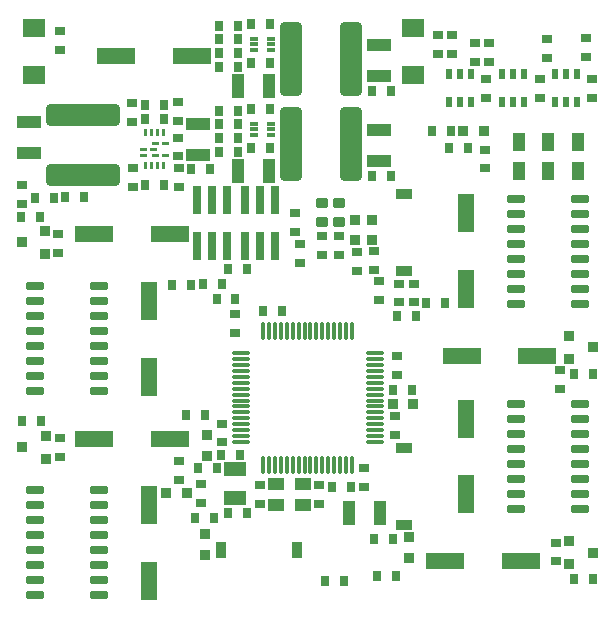
<source format=gtp>
G04*
G04 #@! TF.GenerationSoftware,Altium Limited,Altium Designer,24.9.1 (31)*
G04*
G04 Layer_Color=8421504*
%FSLAX44Y44*%
%MOMM*%
G71*
G04*
G04 #@! TF.SameCoordinates,22428939-7FEC-4B67-BCAF-D19850B6772B*
G04*
G04*
G04 #@! TF.FilePolarity,Positive*
G04*
G01*
G75*
G04:AMPARAMS|DCode=15|XSize=0.7mm|YSize=0.9mm|CornerRadius=0.035mm|HoleSize=0mm|Usage=FLASHONLY|Rotation=180.000|XOffset=0mm|YOffset=0mm|HoleType=Round|Shape=RoundedRectangle|*
%AMROUNDEDRECTD15*
21,1,0.7000,0.8300,0,0,180.0*
21,1,0.6300,0.9000,0,0,180.0*
1,1,0.0700,-0.3150,0.4150*
1,1,0.0700,0.3150,0.4150*
1,1,0.0700,0.3150,-0.4150*
1,1,0.0700,-0.3150,-0.4150*
%
%ADD15ROUNDEDRECTD15*%
G04:AMPARAMS|DCode=16|XSize=3.3mm|YSize=1.3mm|CornerRadius=0.065mm|HoleSize=0mm|Usage=FLASHONLY|Rotation=180.000|XOffset=0mm|YOffset=0mm|HoleType=Round|Shape=RoundedRectangle|*
%AMROUNDEDRECTD16*
21,1,3.3000,1.1700,0,0,180.0*
21,1,3.1700,1.3000,0,0,180.0*
1,1,0.1300,-1.5850,0.5850*
1,1,0.1300,1.5850,0.5850*
1,1,0.1300,1.5850,-0.5850*
1,1,0.1300,-1.5850,-0.5850*
%
%ADD16ROUNDEDRECTD16*%
G04:AMPARAMS|DCode=17|XSize=0.3mm|YSize=0.67mm|CornerRadius=0.0375mm|HoleSize=0mm|Usage=FLASHONLY|Rotation=270.000|XOffset=0mm|YOffset=0mm|HoleType=Round|Shape=RoundedRectangle|*
%AMROUNDEDRECTD17*
21,1,0.3000,0.5950,0,0,270.0*
21,1,0.2250,0.6700,0,0,270.0*
1,1,0.0750,-0.2975,-0.1125*
1,1,0.0750,-0.2975,0.1125*
1,1,0.0750,0.2975,0.1125*
1,1,0.0750,0.2975,-0.1125*
%
%ADD17ROUNDEDRECTD17*%
G04:AMPARAMS|DCode=18|XSize=0.8128mm|YSize=0.9mm|CornerRadius=0.0406mm|HoleSize=0mm|Usage=FLASHONLY|Rotation=180.000|XOffset=0mm|YOffset=0mm|HoleType=Round|Shape=RoundedRectangle|*
%AMROUNDEDRECTD18*
21,1,0.8128,0.8187,0,0,180.0*
21,1,0.7315,0.9000,0,0,180.0*
1,1,0.0813,-0.3658,0.4094*
1,1,0.0813,0.3658,0.4094*
1,1,0.0813,0.3658,-0.4094*
1,1,0.0813,-0.3658,-0.4094*
%
%ADD18ROUNDEDRECTD18*%
G04:AMPARAMS|DCode=19|XSize=0.8128mm|YSize=0.9mm|CornerRadius=0.0406mm|HoleSize=0mm|Usage=FLASHONLY|Rotation=90.000|XOffset=0mm|YOffset=0mm|HoleType=Round|Shape=RoundedRectangle|*
%AMROUNDEDRECTD19*
21,1,0.8128,0.8187,0,0,90.0*
21,1,0.7315,0.9000,0,0,90.0*
1,1,0.0813,0.4094,0.3658*
1,1,0.0813,0.4094,-0.3658*
1,1,0.0813,-0.4094,-0.3658*
1,1,0.0813,-0.4094,0.3658*
%
%ADD19ROUNDEDRECTD19*%
G04:AMPARAMS|DCode=20|XSize=3.3mm|YSize=1.3mm|CornerRadius=0.065mm|HoleSize=0mm|Usage=FLASHONLY|Rotation=90.000|XOffset=0mm|YOffset=0mm|HoleType=Round|Shape=RoundedRectangle|*
%AMROUNDEDRECTD20*
21,1,3.3000,1.1700,0,0,90.0*
21,1,3.1700,1.3000,0,0,90.0*
1,1,0.1300,0.5850,1.5850*
1,1,0.1300,0.5850,-1.5850*
1,1,0.1300,-0.5850,-1.5850*
1,1,0.1300,-0.5850,1.5850*
%
%ADD20ROUNDEDRECTD20*%
G04:AMPARAMS|DCode=21|XSize=1.15mm|YSize=1.9mm|CornerRadius=0.0575mm|HoleSize=0mm|Usage=FLASHONLY|Rotation=270.000|XOffset=0mm|YOffset=0mm|HoleType=Round|Shape=RoundedRectangle|*
%AMROUNDEDRECTD21*
21,1,1.1500,1.7850,0,0,270.0*
21,1,1.0350,1.9000,0,0,270.0*
1,1,0.1150,-0.8925,-0.5175*
1,1,0.1150,-0.8925,0.5175*
1,1,0.1150,0.8925,0.5175*
1,1,0.1150,0.8925,-0.5175*
%
%ADD21ROUNDEDRECTD21*%
G04:AMPARAMS|DCode=22|XSize=1.3mm|YSize=1.1mm|CornerRadius=0.055mm|HoleSize=0mm|Usage=FLASHONLY|Rotation=180.000|XOffset=0mm|YOffset=0mm|HoleType=Round|Shape=RoundedRectangle|*
%AMROUNDEDRECTD22*
21,1,1.3000,0.9900,0,0,180.0*
21,1,1.1900,1.1000,0,0,180.0*
1,1,0.1100,-0.5950,0.4950*
1,1,0.1100,0.5950,0.4950*
1,1,0.1100,0.5950,-0.4950*
1,1,0.1100,-0.5950,-0.4950*
%
%ADD22ROUNDEDRECTD22*%
G04:AMPARAMS|DCode=23|XSize=0.6mm|YSize=1.45mm|CornerRadius=0.075mm|HoleSize=0mm|Usage=FLASHONLY|Rotation=90.000|XOffset=0mm|YOffset=0mm|HoleType=Round|Shape=RoundedRectangle|*
%AMROUNDEDRECTD23*
21,1,0.6000,1.3000,0,0,90.0*
21,1,0.4500,1.4500,0,0,90.0*
1,1,0.1500,0.6500,0.2250*
1,1,0.1500,0.6500,-0.2250*
1,1,0.1500,-0.6500,-0.2250*
1,1,0.1500,-0.6500,0.2250*
%
%ADD23ROUNDEDRECTD23*%
G04:AMPARAMS|DCode=24|XSize=0.55mm|YSize=0.8mm|CornerRadius=0.0688mm|HoleSize=0mm|Usage=FLASHONLY|Rotation=0.000|XOffset=0mm|YOffset=0mm|HoleType=Round|Shape=RoundedRectangle|*
%AMROUNDEDRECTD24*
21,1,0.5500,0.6625,0,0,0.0*
21,1,0.4125,0.8000,0,0,0.0*
1,1,0.1375,0.2063,-0.3313*
1,1,0.1375,-0.2063,-0.3313*
1,1,0.1375,-0.2063,0.3313*
1,1,0.1375,0.2063,0.3313*
%
%ADD24ROUNDEDRECTD24*%
G04:AMPARAMS|DCode=25|XSize=1.47mm|YSize=0.3mm|CornerRadius=0.0375mm|HoleSize=0mm|Usage=FLASHONLY|Rotation=90.000|XOffset=0mm|YOffset=0mm|HoleType=Round|Shape=RoundedRectangle|*
%AMROUNDEDRECTD25*
21,1,1.4700,0.2250,0,0,90.0*
21,1,1.3950,0.3000,0,0,90.0*
1,1,0.0750,0.1125,0.6975*
1,1,0.0750,0.1125,-0.6975*
1,1,0.0750,-0.1125,-0.6975*
1,1,0.0750,-0.1125,0.6975*
%
%ADD25ROUNDEDRECTD25*%
G04:AMPARAMS|DCode=26|XSize=0.3mm|YSize=1.47mm|CornerRadius=0.0375mm|HoleSize=0mm|Usage=FLASHONLY|Rotation=90.000|XOffset=0mm|YOffset=0mm|HoleType=Round|Shape=RoundedRectangle|*
%AMROUNDEDRECTD26*
21,1,0.3000,1.3950,0,0,90.0*
21,1,0.2250,1.4700,0,0,90.0*
1,1,0.0750,0.6975,0.1125*
1,1,0.0750,0.6975,-0.1125*
1,1,0.0750,-0.6975,-0.1125*
1,1,0.0750,-0.6975,0.1125*
%
%ADD26ROUNDEDRECTD26*%
%ADD27R,1.0000X1.6000*%
%ADD28R,1.4000X0.9000*%
%ADD29R,0.9000X1.4000*%
G04:AMPARAMS|DCode=30|XSize=0.7mm|YSize=0.9mm|CornerRadius=0.035mm|HoleSize=0mm|Usage=FLASHONLY|Rotation=90.000|XOffset=0mm|YOffset=0mm|HoleType=Round|Shape=RoundedRectangle|*
%AMROUNDEDRECTD30*
21,1,0.7000,0.8300,0,0,90.0*
21,1,0.6300,0.9000,0,0,90.0*
1,1,0.0700,0.4150,0.3150*
1,1,0.0700,0.4150,-0.3150*
1,1,0.0700,-0.4150,-0.3150*
1,1,0.0700,-0.4150,0.3150*
%
%ADD30ROUNDEDRECTD30*%
G04:AMPARAMS|DCode=31|XSize=0.8mm|YSize=1mm|CornerRadius=0.04mm|HoleSize=0mm|Usage=FLASHONLY|Rotation=270.000|XOffset=0mm|YOffset=0mm|HoleType=Round|Shape=RoundedRectangle|*
%AMROUNDEDRECTD31*
21,1,0.8000,0.9200,0,0,270.0*
21,1,0.7200,1.0000,0,0,270.0*
1,1,0.0800,-0.4600,-0.3600*
1,1,0.0800,-0.4600,0.3600*
1,1,0.0800,0.4600,0.3600*
1,1,0.0800,0.4600,-0.3600*
%
%ADD31ROUNDEDRECTD31*%
G04:AMPARAMS|DCode=32|XSize=6.2mm|YSize=1.8mm|CornerRadius=0.225mm|HoleSize=0mm|Usage=FLASHONLY|Rotation=90.000|XOffset=0mm|YOffset=0mm|HoleType=Round|Shape=RoundedRectangle|*
%AMROUNDEDRECTD32*
21,1,6.2000,1.3500,0,0,90.0*
21,1,5.7500,1.8000,0,0,90.0*
1,1,0.4500,0.6750,2.8750*
1,1,0.4500,0.6750,-2.8750*
1,1,0.4500,-0.6750,-2.8750*
1,1,0.4500,-0.6750,2.8750*
%
%ADD32ROUNDEDRECTD32*%
G04:AMPARAMS|DCode=33|XSize=6.2mm|YSize=1.8mm|CornerRadius=0.225mm|HoleSize=0mm|Usage=FLASHONLY|Rotation=180.000|XOffset=0mm|YOffset=0mm|HoleType=Round|Shape=RoundedRectangle|*
%AMROUNDEDRECTD33*
21,1,6.2000,1.3500,0,0,180.0*
21,1,5.7500,1.8000,0,0,180.0*
1,1,0.4500,-2.8750,0.6750*
1,1,0.4500,2.8750,0.6750*
1,1,0.4500,2.8750,-0.6750*
1,1,0.4500,-2.8750,-0.6750*
%
%ADD33ROUNDEDRECTD33*%
G04:AMPARAMS|DCode=34|XSize=0.76mm|YSize=2.4mm|CornerRadius=0.095mm|HoleSize=0mm|Usage=FLASHONLY|Rotation=0.000|XOffset=0mm|YOffset=0mm|HoleType=Round|Shape=RoundedRectangle|*
%AMROUNDEDRECTD34*
21,1,0.7600,2.2100,0,0,0.0*
21,1,0.5700,2.4000,0,0,0.0*
1,1,0.1900,0.2850,-1.1050*
1,1,0.1900,-0.2850,-1.1050*
1,1,0.1900,-0.2850,1.1050*
1,1,0.1900,0.2850,1.1050*
%
%ADD34ROUNDEDRECTD34*%
G04:AMPARAMS|DCode=35|XSize=0.8mm|YSize=0.9mm|CornerRadius=0.04mm|HoleSize=0mm|Usage=FLASHONLY|Rotation=90.000|XOffset=0mm|YOffset=0mm|HoleType=Round|Shape=RoundedRectangle|*
%AMROUNDEDRECTD35*
21,1,0.8000,0.8200,0,0,90.0*
21,1,0.7200,0.9000,0,0,90.0*
1,1,0.0800,0.4100,0.3600*
1,1,0.0800,0.4100,-0.3600*
1,1,0.0800,-0.4100,-0.3600*
1,1,0.0800,-0.4100,0.3600*
%
%ADD35ROUNDEDRECTD35*%
G04:AMPARAMS|DCode=36|XSize=1.6mm|YSize=1.9mm|CornerRadius=0.2mm|HoleSize=0mm|Usage=FLASHONLY|Rotation=90.000|XOffset=0mm|YOffset=0mm|HoleType=Round|Shape=RoundedRectangle|*
%AMROUNDEDRECTD36*
21,1,1.6000,1.5000,0,0,90.0*
21,1,1.2000,1.9000,0,0,90.0*
1,1,0.4000,0.7500,0.6000*
1,1,0.4000,0.7500,-0.6000*
1,1,0.4000,-0.7500,-0.6000*
1,1,0.4000,-0.7500,0.6000*
%
%ADD36ROUNDEDRECTD36*%
G04:AMPARAMS|DCode=37|XSize=1.1mm|YSize=2mm|CornerRadius=0.055mm|HoleSize=0mm|Usage=FLASHONLY|Rotation=0.000|XOffset=0mm|YOffset=0mm|HoleType=Round|Shape=RoundedRectangle|*
%AMROUNDEDRECTD37*
21,1,1.1000,1.8900,0,0,0.0*
21,1,0.9900,2.0000,0,0,0.0*
1,1,0.1100,0.4950,-0.9450*
1,1,0.1100,-0.4950,-0.9450*
1,1,0.1100,-0.4950,0.9450*
1,1,0.1100,0.4950,0.9450*
%
%ADD37ROUNDEDRECTD37*%
G04:AMPARAMS|DCode=38|XSize=1.1mm|YSize=2mm|CornerRadius=0.055mm|HoleSize=0mm|Usage=FLASHONLY|Rotation=270.000|XOffset=0mm|YOffset=0mm|HoleType=Round|Shape=RoundedRectangle|*
%AMROUNDEDRECTD38*
21,1,1.1000,1.8900,0,0,270.0*
21,1,0.9900,2.0000,0,0,270.0*
1,1,0.1100,-0.9450,-0.4950*
1,1,0.1100,-0.9450,0.4950*
1,1,0.1100,0.9450,0.4950*
1,1,0.1100,0.9450,-0.4950*
%
%ADD38ROUNDEDRECTD38*%
G36*
X1132036Y881379D02*
X1132056D01*
X1132086Y881369D01*
X1132106D01*
X1132136Y881359D01*
X1132156Y881349D01*
X1132186Y881339D01*
X1132206Y881319D01*
X1132226Y881309D01*
X1132246Y881289D01*
X1132266Y881279D01*
X1132286Y881259D01*
X1132306Y881239D01*
X1132326Y881219D01*
X1132346Y881199D01*
X1132356Y881179D01*
X1132376Y881159D01*
X1132386Y881139D01*
X1132406Y881119D01*
X1132416Y881089D01*
X1132426Y881069D01*
X1132436Y881039D01*
Y881019D01*
X1132446Y880989D01*
Y880969D01*
X1132456Y880939D01*
Y880919D01*
Y880889D01*
Y879389D01*
Y879359D01*
Y879339D01*
X1132446Y879309D01*
Y879289D01*
X1132436Y879259D01*
Y879239D01*
X1132426Y879209D01*
X1132416Y879189D01*
X1132406Y879159D01*
X1132386Y879139D01*
X1132376Y879119D01*
X1132356Y879099D01*
X1132346Y879079D01*
X1132326Y879059D01*
X1132306Y879039D01*
X1132286Y879019D01*
X1132266Y878999D01*
X1132246Y878989D01*
X1132226Y878969D01*
X1132206Y878959D01*
X1132186Y878939D01*
X1132156Y878929D01*
X1132136Y878919D01*
X1132106Y878909D01*
X1132086D01*
X1132056Y878899D01*
X1132036D01*
X1132006Y878889D01*
X1126906D01*
X1126876Y878899D01*
X1126856D01*
X1126826Y878909D01*
X1126806D01*
X1126776Y878919D01*
X1126756Y878929D01*
X1126726Y878939D01*
X1126706Y878959D01*
X1126686Y878969D01*
X1126666Y878989D01*
X1126646Y878999D01*
X1126626Y879019D01*
X1126606Y879039D01*
X1126586Y879059D01*
X1126566Y879079D01*
X1126556Y879099D01*
X1126536Y879119D01*
X1126526Y879139D01*
X1126506Y879159D01*
X1126496Y879189D01*
X1126486Y879209D01*
X1126476Y879239D01*
Y879259D01*
X1126466Y879289D01*
Y879309D01*
X1126456Y879339D01*
Y879359D01*
Y879389D01*
Y880889D01*
Y880919D01*
Y880939D01*
X1126466Y880969D01*
Y880989D01*
X1126476Y881019D01*
Y881039D01*
X1126486Y881069D01*
X1126496Y881089D01*
X1126506Y881119D01*
X1126526Y881139D01*
X1126536Y881159D01*
X1126556Y881179D01*
X1126566Y881199D01*
X1126586Y881219D01*
X1126606Y881239D01*
X1126626Y881259D01*
X1126646Y881279D01*
X1126666Y881289D01*
X1126686Y881309D01*
X1126706Y881319D01*
X1126726Y881339D01*
X1126756Y881349D01*
X1126776Y881359D01*
X1126806Y881369D01*
X1126826D01*
X1126856Y881379D01*
X1126876D01*
X1126906Y881389D01*
X1132006D01*
X1132036Y881379D01*
D02*
G37*
G36*
X1124036D02*
X1124056D01*
X1124086Y881369D01*
X1124106D01*
X1124136Y881359D01*
X1124156Y881349D01*
X1124186Y881339D01*
X1124206Y881319D01*
X1124226Y881309D01*
X1124246Y881289D01*
X1124266Y881279D01*
X1124286Y881259D01*
X1124306Y881239D01*
X1124326Y881219D01*
X1124346Y881199D01*
X1124356Y881179D01*
X1124376Y881159D01*
X1124386Y881139D01*
X1124406Y881119D01*
X1124416Y881089D01*
X1124426Y881069D01*
X1124436Y881039D01*
Y881019D01*
X1124446Y880989D01*
Y880969D01*
X1124456Y880939D01*
Y880919D01*
Y880889D01*
Y879389D01*
Y879359D01*
Y879339D01*
X1124446Y879309D01*
Y879289D01*
X1124436Y879259D01*
Y879239D01*
X1124426Y879209D01*
X1124416Y879189D01*
X1124406Y879159D01*
X1124386Y879139D01*
X1124376Y879119D01*
X1124356Y879099D01*
X1124346Y879079D01*
X1124326Y879059D01*
X1124306Y879039D01*
X1124286Y879019D01*
X1124266Y878999D01*
X1124246Y878989D01*
X1124226Y878969D01*
X1124206Y878959D01*
X1124186Y878939D01*
X1124156Y878929D01*
X1124136Y878919D01*
X1124106Y878909D01*
X1124086D01*
X1124056Y878899D01*
X1124036D01*
X1124006Y878889D01*
X1118906D01*
X1118876Y878899D01*
X1118856D01*
X1118826Y878909D01*
X1118806D01*
X1118776Y878919D01*
X1118756Y878929D01*
X1118726Y878939D01*
X1118706Y878959D01*
X1118686Y878969D01*
X1118666Y878989D01*
X1118646Y878999D01*
X1118626Y879019D01*
X1118606Y879039D01*
X1118586Y879059D01*
X1118566Y879079D01*
X1118556Y879099D01*
X1118536Y879119D01*
X1118526Y879139D01*
X1118506Y879159D01*
X1118496Y879189D01*
X1118486Y879209D01*
X1118476Y879239D01*
Y879259D01*
X1118466Y879289D01*
Y879309D01*
X1118456Y879339D01*
Y879359D01*
Y879389D01*
Y880889D01*
Y880919D01*
Y880939D01*
X1118466Y880969D01*
Y880989D01*
X1118476Y881019D01*
Y881039D01*
X1118486Y881069D01*
X1118496Y881089D01*
X1118506Y881119D01*
X1118526Y881139D01*
X1118536Y881159D01*
X1118556Y881179D01*
X1118566Y881199D01*
X1118586Y881219D01*
X1118606Y881239D01*
X1118626Y881259D01*
X1118646Y881279D01*
X1118666Y881289D01*
X1118686Y881309D01*
X1118706Y881319D01*
X1118726Y881339D01*
X1118756Y881349D01*
X1118776Y881359D01*
X1118806Y881369D01*
X1118826D01*
X1118856Y881379D01*
X1118876D01*
X1118906Y881389D01*
X1124006D01*
X1124036Y881379D01*
D02*
G37*
G36*
X1114036D02*
X1114056D01*
X1114086Y881369D01*
X1114106D01*
X1114136Y881359D01*
X1114156Y881349D01*
X1114186Y881339D01*
X1114206Y881319D01*
X1114226Y881309D01*
X1114246Y881289D01*
X1114266Y881279D01*
X1114286Y881259D01*
X1114306Y881239D01*
X1114326Y881219D01*
X1114346Y881199D01*
X1114356Y881179D01*
X1114376Y881159D01*
X1114386Y881139D01*
X1114406Y881119D01*
X1114416Y881089D01*
X1114426Y881069D01*
X1114436Y881039D01*
Y881019D01*
X1114446Y880989D01*
Y880969D01*
X1114456Y880939D01*
Y880919D01*
Y880889D01*
Y879389D01*
Y879359D01*
Y879339D01*
X1114446Y879309D01*
Y879289D01*
X1114436Y879259D01*
Y879239D01*
X1114426Y879209D01*
X1114416Y879189D01*
X1114406Y879159D01*
X1114386Y879139D01*
X1114376Y879119D01*
X1114356Y879099D01*
X1114346Y879079D01*
X1114326Y879059D01*
X1114306Y879039D01*
X1114286Y879019D01*
X1114266Y878999D01*
X1114246Y878989D01*
X1114226Y878969D01*
X1114206Y878959D01*
X1114186Y878939D01*
X1114156Y878929D01*
X1114136Y878919D01*
X1114106Y878909D01*
X1114086D01*
X1114056Y878899D01*
X1114036D01*
X1114006Y878889D01*
X1108906D01*
X1108876Y878899D01*
X1108856D01*
X1108826Y878909D01*
X1108806D01*
X1108776Y878919D01*
X1108756Y878929D01*
X1108726Y878939D01*
X1108706Y878959D01*
X1108686Y878969D01*
X1108666Y878989D01*
X1108646Y878999D01*
X1108626Y879019D01*
X1108606Y879039D01*
X1108586Y879059D01*
X1108566Y879079D01*
X1108556Y879099D01*
X1108536Y879119D01*
X1108526Y879139D01*
X1108506Y879159D01*
X1108496Y879189D01*
X1108486Y879209D01*
X1108476Y879239D01*
Y879259D01*
X1108466Y879289D01*
Y879309D01*
X1108456Y879339D01*
Y879359D01*
Y879389D01*
Y880889D01*
Y880919D01*
Y880939D01*
X1108466Y880969D01*
Y880989D01*
X1108476Y881019D01*
Y881039D01*
X1108486Y881069D01*
X1108496Y881089D01*
X1108506Y881119D01*
X1108526Y881139D01*
X1108536Y881159D01*
X1108556Y881179D01*
X1108566Y881199D01*
X1108586Y881219D01*
X1108606Y881239D01*
X1108626Y881259D01*
X1108646Y881279D01*
X1108666Y881289D01*
X1108686Y881309D01*
X1108706Y881319D01*
X1108726Y881339D01*
X1108756Y881349D01*
X1108776Y881359D01*
X1108806Y881369D01*
X1108826D01*
X1108856Y881379D01*
X1108876D01*
X1108906Y881389D01*
X1114006D01*
X1114036Y881379D01*
D02*
G37*
G36*
X1128786Y874129D02*
X1128806D01*
X1128836Y874119D01*
X1128856D01*
X1128886Y874109D01*
X1128906Y874099D01*
X1128936Y874089D01*
X1128956Y874069D01*
X1128976Y874059D01*
X1128996Y874039D01*
X1129016Y874029D01*
X1129036Y874009D01*
X1129056Y873989D01*
X1129076Y873969D01*
X1129096Y873949D01*
X1129106Y873929D01*
X1129126Y873909D01*
X1129136Y873889D01*
X1129156Y873869D01*
X1129166Y873839D01*
X1129176Y873819D01*
X1129186Y873789D01*
Y873769D01*
X1129196Y873739D01*
Y873719D01*
X1129206Y873689D01*
Y873669D01*
Y873639D01*
Y868639D01*
Y868609D01*
Y868589D01*
X1129196Y868559D01*
Y868539D01*
X1129186Y868509D01*
Y868489D01*
X1129176Y868459D01*
X1129166Y868439D01*
X1129156Y868409D01*
X1129136Y868389D01*
X1129126Y868369D01*
X1129106Y868349D01*
X1129096Y868329D01*
X1129076Y868309D01*
X1129056Y868289D01*
X1129036Y868269D01*
X1129016Y868249D01*
X1128996Y868239D01*
X1128976Y868219D01*
X1128956Y868209D01*
X1128936Y868189D01*
X1128906Y868179D01*
X1128886Y868169D01*
X1128856Y868159D01*
X1128836D01*
X1128806Y868149D01*
X1128786D01*
X1128756Y868139D01*
X1127156D01*
X1127126Y868149D01*
X1127106D01*
X1127076Y868159D01*
X1127056D01*
X1127026Y868169D01*
X1127006Y868179D01*
X1126976Y868189D01*
X1126956Y868209D01*
X1126936Y868219D01*
X1126916Y868239D01*
X1126896Y868249D01*
X1126876Y868269D01*
X1126856Y868289D01*
X1126836Y868309D01*
X1126816Y868329D01*
X1126806Y868349D01*
X1126786Y868369D01*
X1126776Y868389D01*
X1126756Y868409D01*
X1126746Y868439D01*
X1126736Y868459D01*
X1126726Y868489D01*
Y868509D01*
X1126716Y868539D01*
Y868559D01*
X1126706Y868589D01*
Y868609D01*
Y868639D01*
Y873639D01*
Y873669D01*
Y873689D01*
X1126716Y873719D01*
Y873739D01*
X1126726Y873769D01*
Y873789D01*
X1126736Y873819D01*
X1126746Y873839D01*
X1126756Y873869D01*
X1126776Y873889D01*
X1126786Y873909D01*
X1126806Y873929D01*
X1126816Y873949D01*
X1126836Y873969D01*
X1126856Y873989D01*
X1126876Y874009D01*
X1126896Y874029D01*
X1126916Y874039D01*
X1126936Y874059D01*
X1126956Y874069D01*
X1126976Y874089D01*
X1127006Y874099D01*
X1127026Y874109D01*
X1127056Y874119D01*
X1127076D01*
X1127106Y874129D01*
X1127126D01*
X1127156Y874139D01*
X1128756D01*
X1128786Y874129D01*
D02*
G37*
G36*
X1123786D02*
X1123806D01*
X1123836Y874119D01*
X1123856D01*
X1123886Y874109D01*
X1123906Y874099D01*
X1123936Y874089D01*
X1123956Y874069D01*
X1123976Y874059D01*
X1123996Y874039D01*
X1124016Y874029D01*
X1124036Y874009D01*
X1124056Y873989D01*
X1124076Y873969D01*
X1124096Y873949D01*
X1124106Y873929D01*
X1124126Y873909D01*
X1124136Y873889D01*
X1124156Y873869D01*
X1124166Y873839D01*
X1124176Y873819D01*
X1124186Y873789D01*
Y873769D01*
X1124196Y873739D01*
Y873719D01*
X1124206Y873689D01*
Y873669D01*
Y873639D01*
Y868639D01*
Y868609D01*
Y868589D01*
X1124196Y868559D01*
Y868539D01*
X1124186Y868509D01*
Y868489D01*
X1124176Y868459D01*
X1124166Y868439D01*
X1124156Y868409D01*
X1124136Y868389D01*
X1124126Y868369D01*
X1124106Y868349D01*
X1124096Y868329D01*
X1124076Y868309D01*
X1124056Y868289D01*
X1124036Y868269D01*
X1124016Y868249D01*
X1123996Y868239D01*
X1123976Y868219D01*
X1123956Y868209D01*
X1123936Y868189D01*
X1123906Y868179D01*
X1123886Y868169D01*
X1123856Y868159D01*
X1123836D01*
X1123806Y868149D01*
X1123786D01*
X1123756Y868139D01*
X1122156D01*
X1122126Y868149D01*
X1122106D01*
X1122076Y868159D01*
X1122056D01*
X1122026Y868169D01*
X1122006Y868179D01*
X1121976Y868189D01*
X1121956Y868209D01*
X1121936Y868219D01*
X1121916Y868239D01*
X1121896Y868249D01*
X1121876Y868269D01*
X1121856Y868289D01*
X1121836Y868309D01*
X1121816Y868329D01*
X1121806Y868349D01*
X1121786Y868369D01*
X1121776Y868389D01*
X1121756Y868409D01*
X1121746Y868439D01*
X1121736Y868459D01*
X1121726Y868489D01*
Y868509D01*
X1121716Y868539D01*
Y868559D01*
X1121706Y868589D01*
Y868609D01*
Y868639D01*
Y873639D01*
Y873669D01*
Y873689D01*
X1121716Y873719D01*
Y873739D01*
X1121726Y873769D01*
Y873789D01*
X1121736Y873819D01*
X1121746Y873839D01*
X1121756Y873869D01*
X1121776Y873889D01*
X1121786Y873909D01*
X1121806Y873929D01*
X1121816Y873949D01*
X1121836Y873969D01*
X1121856Y873989D01*
X1121876Y874009D01*
X1121896Y874029D01*
X1121916Y874039D01*
X1121936Y874059D01*
X1121956Y874069D01*
X1121976Y874089D01*
X1122006Y874099D01*
X1122026Y874109D01*
X1122056Y874119D01*
X1122076D01*
X1122106Y874129D01*
X1122126D01*
X1122156Y874139D01*
X1123756D01*
X1123786Y874129D01*
D02*
G37*
G36*
X1118786D02*
X1118806D01*
X1118836Y874119D01*
X1118856D01*
X1118886Y874109D01*
X1118906Y874099D01*
X1118936Y874089D01*
X1118956Y874069D01*
X1118976Y874059D01*
X1118996Y874039D01*
X1119016Y874029D01*
X1119036Y874009D01*
X1119056Y873989D01*
X1119076Y873969D01*
X1119096Y873949D01*
X1119106Y873929D01*
X1119126Y873909D01*
X1119136Y873889D01*
X1119156Y873869D01*
X1119166Y873839D01*
X1119176Y873819D01*
X1119186Y873789D01*
Y873769D01*
X1119196Y873739D01*
Y873719D01*
X1119206Y873689D01*
Y873669D01*
Y873639D01*
Y868639D01*
Y868609D01*
Y868589D01*
X1119196Y868559D01*
Y868539D01*
X1119186Y868509D01*
Y868489D01*
X1119176Y868459D01*
X1119166Y868439D01*
X1119156Y868409D01*
X1119136Y868389D01*
X1119126Y868369D01*
X1119106Y868349D01*
X1119096Y868329D01*
X1119076Y868309D01*
X1119056Y868289D01*
X1119036Y868269D01*
X1119016Y868249D01*
X1118996Y868239D01*
X1118976Y868219D01*
X1118956Y868209D01*
X1118936Y868189D01*
X1118906Y868179D01*
X1118886Y868169D01*
X1118856Y868159D01*
X1118836D01*
X1118806Y868149D01*
X1118786D01*
X1118756Y868139D01*
X1117156D01*
X1117126Y868149D01*
X1117106D01*
X1117076Y868159D01*
X1117056D01*
X1117026Y868169D01*
X1117006Y868179D01*
X1116976Y868189D01*
X1116956Y868209D01*
X1116936Y868219D01*
X1116916Y868239D01*
X1116896Y868249D01*
X1116876Y868269D01*
X1116856Y868289D01*
X1116836Y868309D01*
X1116816Y868329D01*
X1116806Y868349D01*
X1116786Y868369D01*
X1116776Y868389D01*
X1116756Y868409D01*
X1116746Y868439D01*
X1116736Y868459D01*
X1116726Y868489D01*
Y868509D01*
X1116716Y868539D01*
Y868559D01*
X1116706Y868589D01*
Y868609D01*
Y868639D01*
Y873639D01*
Y873669D01*
Y873689D01*
X1116716Y873719D01*
Y873739D01*
X1116726Y873769D01*
Y873789D01*
X1116736Y873819D01*
X1116746Y873839D01*
X1116756Y873869D01*
X1116776Y873889D01*
X1116786Y873909D01*
X1116806Y873929D01*
X1116816Y873949D01*
X1116836Y873969D01*
X1116856Y873989D01*
X1116876Y874009D01*
X1116896Y874029D01*
X1116916Y874039D01*
X1116936Y874059D01*
X1116956Y874069D01*
X1116976Y874089D01*
X1117006Y874099D01*
X1117026Y874109D01*
X1117056Y874119D01*
X1117076D01*
X1117106Y874129D01*
X1117126D01*
X1117156Y874139D01*
X1118756D01*
X1118786Y874129D01*
D02*
G37*
G36*
X1113786D02*
X1113806D01*
X1113836Y874119D01*
X1113856D01*
X1113886Y874109D01*
X1113906Y874099D01*
X1113936Y874089D01*
X1113956Y874069D01*
X1113976Y874059D01*
X1113996Y874039D01*
X1114016Y874029D01*
X1114036Y874009D01*
X1114056Y873989D01*
X1114076Y873969D01*
X1114096Y873949D01*
X1114106Y873929D01*
X1114126Y873909D01*
X1114136Y873889D01*
X1114156Y873869D01*
X1114166Y873839D01*
X1114176Y873819D01*
X1114186Y873789D01*
Y873769D01*
X1114196Y873739D01*
Y873719D01*
X1114206Y873689D01*
Y873669D01*
Y873639D01*
Y868639D01*
Y868609D01*
Y868589D01*
X1114196Y868559D01*
Y868539D01*
X1114186Y868509D01*
Y868489D01*
X1114176Y868459D01*
X1114166Y868439D01*
X1114156Y868409D01*
X1114136Y868389D01*
X1114126Y868369D01*
X1114106Y868349D01*
X1114096Y868329D01*
X1114076Y868309D01*
X1114056Y868289D01*
X1114036Y868269D01*
X1114016Y868249D01*
X1113996Y868239D01*
X1113976Y868219D01*
X1113956Y868209D01*
X1113936Y868189D01*
X1113906Y868179D01*
X1113886Y868169D01*
X1113856Y868159D01*
X1113836D01*
X1113806Y868149D01*
X1113786D01*
X1113756Y868139D01*
X1112156D01*
X1112126Y868149D01*
X1112106D01*
X1112076Y868159D01*
X1112056D01*
X1112026Y868169D01*
X1112006Y868179D01*
X1111976Y868189D01*
X1111956Y868209D01*
X1111936Y868219D01*
X1111916Y868239D01*
X1111896Y868249D01*
X1111876Y868269D01*
X1111856Y868289D01*
X1111836Y868309D01*
X1111816Y868329D01*
X1111806Y868349D01*
X1111786Y868369D01*
X1111776Y868389D01*
X1111756Y868409D01*
X1111746Y868439D01*
X1111736Y868459D01*
X1111726Y868489D01*
Y868509D01*
X1111716Y868539D01*
Y868559D01*
X1111706Y868589D01*
Y868609D01*
Y868639D01*
Y873639D01*
Y873669D01*
Y873689D01*
X1111716Y873719D01*
Y873739D01*
X1111726Y873769D01*
Y873789D01*
X1111736Y873819D01*
X1111746Y873839D01*
X1111756Y873869D01*
X1111776Y873889D01*
X1111786Y873909D01*
X1111806Y873929D01*
X1111816Y873949D01*
X1111836Y873969D01*
X1111856Y873989D01*
X1111876Y874009D01*
X1111896Y874029D01*
X1111916Y874039D01*
X1111936Y874059D01*
X1111956Y874069D01*
X1111976Y874089D01*
X1112006Y874099D01*
X1112026Y874109D01*
X1112056Y874119D01*
X1112076D01*
X1112106Y874129D01*
X1112126D01*
X1112156Y874139D01*
X1113756D01*
X1113786Y874129D01*
D02*
G37*
G36*
X1128786Y902129D02*
X1128806D01*
X1128836Y902119D01*
X1128856D01*
X1128886Y902109D01*
X1128906Y902099D01*
X1128936Y902089D01*
X1128956Y902069D01*
X1128976Y902059D01*
X1128996Y902039D01*
X1129016Y902029D01*
X1129036Y902009D01*
X1129056Y901989D01*
X1129076Y901969D01*
X1129096Y901949D01*
X1129106Y901929D01*
X1129126Y901909D01*
X1129136Y901889D01*
X1129156Y901869D01*
X1129166Y901839D01*
X1129176Y901819D01*
X1129186Y901789D01*
Y901769D01*
X1129196Y901739D01*
Y901719D01*
X1129206Y901689D01*
Y901669D01*
Y901639D01*
Y896639D01*
Y896609D01*
Y896589D01*
X1129196Y896559D01*
Y896539D01*
X1129186Y896509D01*
Y896489D01*
X1129176Y896459D01*
X1129166Y896439D01*
X1129156Y896409D01*
X1129136Y896389D01*
X1129126Y896369D01*
X1129106Y896349D01*
X1129096Y896329D01*
X1129076Y896309D01*
X1129056Y896289D01*
X1129036Y896269D01*
X1129016Y896249D01*
X1128996Y896239D01*
X1128976Y896219D01*
X1128956Y896209D01*
X1128936Y896189D01*
X1128906Y896179D01*
X1128886Y896169D01*
X1128856Y896159D01*
X1128836D01*
X1128806Y896149D01*
X1128786D01*
X1128756Y896139D01*
X1127156D01*
X1127126Y896149D01*
X1127106D01*
X1127076Y896159D01*
X1127056D01*
X1127026Y896169D01*
X1127006Y896179D01*
X1126976Y896189D01*
X1126956Y896209D01*
X1126936Y896219D01*
X1126916Y896239D01*
X1126896Y896249D01*
X1126876Y896269D01*
X1126856Y896289D01*
X1126836Y896309D01*
X1126816Y896329D01*
X1126806Y896349D01*
X1126786Y896369D01*
X1126776Y896389D01*
X1126756Y896409D01*
X1126746Y896439D01*
X1126736Y896459D01*
X1126726Y896489D01*
Y896509D01*
X1126716Y896539D01*
Y896559D01*
X1126706Y896589D01*
Y896609D01*
Y896639D01*
Y901639D01*
Y901669D01*
Y901689D01*
X1126716Y901719D01*
Y901739D01*
X1126726Y901769D01*
Y901789D01*
X1126736Y901819D01*
X1126746Y901839D01*
X1126756Y901869D01*
X1126776Y901889D01*
X1126786Y901909D01*
X1126806Y901929D01*
X1126816Y901949D01*
X1126836Y901969D01*
X1126856Y901989D01*
X1126876Y902009D01*
X1126896Y902029D01*
X1126916Y902039D01*
X1126936Y902059D01*
X1126956Y902069D01*
X1126976Y902089D01*
X1127006Y902099D01*
X1127026Y902109D01*
X1127056Y902119D01*
X1127076D01*
X1127106Y902129D01*
X1127126D01*
X1127156Y902139D01*
X1128756D01*
X1128786Y902129D01*
D02*
G37*
G36*
X1123786D02*
X1123806D01*
X1123836Y902119D01*
X1123856D01*
X1123886Y902109D01*
X1123906Y902099D01*
X1123936Y902089D01*
X1123956Y902069D01*
X1123976Y902059D01*
X1123996Y902039D01*
X1124016Y902029D01*
X1124036Y902009D01*
X1124056Y901989D01*
X1124076Y901969D01*
X1124096Y901949D01*
X1124106Y901929D01*
X1124126Y901909D01*
X1124136Y901889D01*
X1124156Y901869D01*
X1124166Y901839D01*
X1124176Y901819D01*
X1124186Y901789D01*
Y901769D01*
X1124196Y901739D01*
Y901719D01*
X1124206Y901689D01*
Y901669D01*
Y901639D01*
Y896639D01*
Y896609D01*
Y896589D01*
X1124196Y896559D01*
Y896539D01*
X1124186Y896509D01*
Y896489D01*
X1124176Y896459D01*
X1124166Y896439D01*
X1124156Y896409D01*
X1124136Y896389D01*
X1124126Y896369D01*
X1124106Y896349D01*
X1124096Y896329D01*
X1124076Y896309D01*
X1124056Y896289D01*
X1124036Y896269D01*
X1124016Y896249D01*
X1123996Y896239D01*
X1123976Y896219D01*
X1123956Y896209D01*
X1123936Y896189D01*
X1123906Y896179D01*
X1123886Y896169D01*
X1123856Y896159D01*
X1123836D01*
X1123806Y896149D01*
X1123786D01*
X1123756Y896139D01*
X1122156D01*
X1122126Y896149D01*
X1122106D01*
X1122076Y896159D01*
X1122056D01*
X1122026Y896169D01*
X1122006Y896179D01*
X1121976Y896189D01*
X1121956Y896209D01*
X1121936Y896219D01*
X1121916Y896239D01*
X1121896Y896249D01*
X1121876Y896269D01*
X1121856Y896289D01*
X1121836Y896309D01*
X1121816Y896329D01*
X1121806Y896349D01*
X1121786Y896369D01*
X1121776Y896389D01*
X1121756Y896409D01*
X1121746Y896439D01*
X1121736Y896459D01*
X1121726Y896489D01*
Y896509D01*
X1121716Y896539D01*
Y896559D01*
X1121706Y896589D01*
Y896609D01*
Y896639D01*
Y901639D01*
Y901669D01*
Y901689D01*
X1121716Y901719D01*
Y901739D01*
X1121726Y901769D01*
Y901789D01*
X1121736Y901819D01*
X1121746Y901839D01*
X1121756Y901869D01*
X1121776Y901889D01*
X1121786Y901909D01*
X1121806Y901929D01*
X1121816Y901949D01*
X1121836Y901969D01*
X1121856Y901989D01*
X1121876Y902009D01*
X1121896Y902029D01*
X1121916Y902039D01*
X1121936Y902059D01*
X1121956Y902069D01*
X1121976Y902089D01*
X1122006Y902099D01*
X1122026Y902109D01*
X1122056Y902119D01*
X1122076D01*
X1122106Y902129D01*
X1122126D01*
X1122156Y902139D01*
X1123756D01*
X1123786Y902129D01*
D02*
G37*
G36*
X1118786D02*
X1118806D01*
X1118836Y902119D01*
X1118856D01*
X1118886Y902109D01*
X1118906Y902099D01*
X1118936Y902089D01*
X1118956Y902069D01*
X1118976Y902059D01*
X1118996Y902039D01*
X1119016Y902029D01*
X1119036Y902009D01*
X1119056Y901989D01*
X1119076Y901969D01*
X1119096Y901949D01*
X1119106Y901929D01*
X1119126Y901909D01*
X1119136Y901889D01*
X1119156Y901869D01*
X1119166Y901839D01*
X1119176Y901819D01*
X1119186Y901789D01*
Y901769D01*
X1119196Y901739D01*
Y901719D01*
X1119206Y901689D01*
Y901669D01*
Y901639D01*
Y896639D01*
Y896609D01*
Y896589D01*
X1119196Y896559D01*
Y896539D01*
X1119186Y896509D01*
Y896489D01*
X1119176Y896459D01*
X1119166Y896439D01*
X1119156Y896409D01*
X1119136Y896389D01*
X1119126Y896369D01*
X1119106Y896349D01*
X1119096Y896329D01*
X1119076Y896309D01*
X1119056Y896289D01*
X1119036Y896269D01*
X1119016Y896249D01*
X1118996Y896239D01*
X1118976Y896219D01*
X1118956Y896209D01*
X1118936Y896189D01*
X1118906Y896179D01*
X1118886Y896169D01*
X1118856Y896159D01*
X1118836D01*
X1118806Y896149D01*
X1118786D01*
X1118756Y896139D01*
X1117156D01*
X1117126Y896149D01*
X1117106D01*
X1117076Y896159D01*
X1117056D01*
X1117026Y896169D01*
X1117006Y896179D01*
X1116976Y896189D01*
X1116956Y896209D01*
X1116936Y896219D01*
X1116916Y896239D01*
X1116896Y896249D01*
X1116876Y896269D01*
X1116856Y896289D01*
X1116836Y896309D01*
X1116816Y896329D01*
X1116806Y896349D01*
X1116786Y896369D01*
X1116776Y896389D01*
X1116756Y896409D01*
X1116746Y896439D01*
X1116736Y896459D01*
X1116726Y896489D01*
Y896509D01*
X1116716Y896539D01*
Y896559D01*
X1116706Y896589D01*
Y896609D01*
Y896639D01*
Y901639D01*
Y901669D01*
Y901689D01*
X1116716Y901719D01*
Y901739D01*
X1116726Y901769D01*
Y901789D01*
X1116736Y901819D01*
X1116746Y901839D01*
X1116756Y901869D01*
X1116776Y901889D01*
X1116786Y901909D01*
X1116806Y901929D01*
X1116816Y901949D01*
X1116836Y901969D01*
X1116856Y901989D01*
X1116876Y902009D01*
X1116896Y902029D01*
X1116916Y902039D01*
X1116936Y902059D01*
X1116956Y902069D01*
X1116976Y902089D01*
X1117006Y902099D01*
X1117026Y902109D01*
X1117056Y902119D01*
X1117076D01*
X1117106Y902129D01*
X1117126D01*
X1117156Y902139D01*
X1118756D01*
X1118786Y902129D01*
D02*
G37*
G36*
X1113786D02*
X1113806D01*
X1113836Y902119D01*
X1113856D01*
X1113886Y902109D01*
X1113906Y902099D01*
X1113936Y902089D01*
X1113956Y902069D01*
X1113976Y902059D01*
X1113996Y902039D01*
X1114016Y902029D01*
X1114036Y902009D01*
X1114056Y901989D01*
X1114076Y901969D01*
X1114096Y901949D01*
X1114106Y901929D01*
X1114126Y901909D01*
X1114136Y901889D01*
X1114156Y901869D01*
X1114166Y901839D01*
X1114176Y901819D01*
X1114186Y901789D01*
Y901769D01*
X1114196Y901739D01*
Y901719D01*
X1114206Y901689D01*
Y901669D01*
Y901639D01*
Y896639D01*
Y896609D01*
Y896589D01*
X1114196Y896559D01*
Y896539D01*
X1114186Y896509D01*
Y896489D01*
X1114176Y896459D01*
X1114166Y896439D01*
X1114156Y896409D01*
X1114136Y896389D01*
X1114126Y896369D01*
X1114106Y896349D01*
X1114096Y896329D01*
X1114076Y896309D01*
X1114056Y896289D01*
X1114036Y896269D01*
X1114016Y896249D01*
X1113996Y896239D01*
X1113976Y896219D01*
X1113956Y896209D01*
X1113936Y896189D01*
X1113906Y896179D01*
X1113886Y896169D01*
X1113856Y896159D01*
X1113836D01*
X1113806Y896149D01*
X1113786D01*
X1113756Y896139D01*
X1112156D01*
X1112126Y896149D01*
X1112106D01*
X1112076Y896159D01*
X1112056D01*
X1112026Y896169D01*
X1112006Y896179D01*
X1111976Y896189D01*
X1111956Y896209D01*
X1111936Y896219D01*
X1111916Y896239D01*
X1111896Y896249D01*
X1111876Y896269D01*
X1111856Y896289D01*
X1111836Y896309D01*
X1111816Y896329D01*
X1111806Y896349D01*
X1111786Y896369D01*
X1111776Y896389D01*
X1111756Y896409D01*
X1111746Y896439D01*
X1111736Y896459D01*
X1111726Y896489D01*
Y896509D01*
X1111716Y896539D01*
Y896559D01*
X1111706Y896589D01*
Y896609D01*
Y896639D01*
Y901639D01*
Y901669D01*
Y901689D01*
X1111716Y901719D01*
Y901739D01*
X1111726Y901769D01*
Y901789D01*
X1111736Y901819D01*
X1111746Y901839D01*
X1111756Y901869D01*
X1111776Y901889D01*
X1111786Y901909D01*
X1111806Y901929D01*
X1111816Y901949D01*
X1111836Y901969D01*
X1111856Y901989D01*
X1111876Y902009D01*
X1111896Y902029D01*
X1111916Y902039D01*
X1111936Y902059D01*
X1111956Y902069D01*
X1111976Y902089D01*
X1112006Y902099D01*
X1112026Y902109D01*
X1112056Y902119D01*
X1112076D01*
X1112106Y902129D01*
X1112126D01*
X1112156Y902139D01*
X1113756D01*
X1113786Y902129D01*
D02*
G37*
G36*
X1132036Y891379D02*
X1132056D01*
X1132086Y891369D01*
X1132106D01*
X1132136Y891359D01*
X1132156Y891349D01*
X1132186Y891339D01*
X1132206Y891319D01*
X1132226Y891309D01*
X1132246Y891289D01*
X1132266Y891279D01*
X1132286Y891259D01*
X1132306Y891239D01*
X1132326Y891219D01*
X1132346Y891199D01*
X1132356Y891179D01*
X1132376Y891159D01*
X1132386Y891139D01*
X1132406Y891119D01*
X1132416Y891089D01*
X1132426Y891069D01*
X1132436Y891039D01*
Y891019D01*
X1132446Y890989D01*
Y890969D01*
X1132456Y890939D01*
Y890919D01*
Y890889D01*
Y889389D01*
Y889359D01*
Y889339D01*
X1132446Y889309D01*
Y889289D01*
X1132436Y889259D01*
Y889239D01*
X1132426Y889209D01*
X1132416Y889189D01*
X1132406Y889159D01*
X1132386Y889139D01*
X1132376Y889119D01*
X1132356Y889099D01*
X1132346Y889079D01*
X1132326Y889059D01*
X1132306Y889039D01*
X1132286Y889019D01*
X1132266Y888999D01*
X1132246Y888989D01*
X1132226Y888969D01*
X1132206Y888959D01*
X1132186Y888939D01*
X1132156Y888929D01*
X1132136Y888919D01*
X1132106Y888909D01*
X1132086D01*
X1132056Y888899D01*
X1132036D01*
X1132006Y888889D01*
X1126906D01*
X1126876Y888899D01*
X1126856D01*
X1126826Y888909D01*
X1126806D01*
X1126776Y888919D01*
X1126756Y888929D01*
X1126726Y888939D01*
X1126706Y888959D01*
X1126686Y888969D01*
X1126666Y888989D01*
X1126646Y888999D01*
X1126626Y889019D01*
X1126606Y889039D01*
X1126586Y889059D01*
X1126566Y889079D01*
X1126556Y889099D01*
X1126536Y889119D01*
X1126526Y889139D01*
X1126506Y889159D01*
X1126496Y889189D01*
X1126486Y889209D01*
X1126476Y889239D01*
Y889259D01*
X1126466Y889289D01*
Y889309D01*
X1126456Y889339D01*
Y889359D01*
Y889389D01*
Y890889D01*
Y890919D01*
Y890939D01*
X1126466Y890969D01*
Y890989D01*
X1126476Y891019D01*
Y891039D01*
X1126486Y891069D01*
X1126496Y891089D01*
X1126506Y891119D01*
X1126526Y891139D01*
X1126536Y891159D01*
X1126556Y891179D01*
X1126566Y891199D01*
X1126586Y891219D01*
X1126606Y891239D01*
X1126626Y891259D01*
X1126646Y891279D01*
X1126666Y891289D01*
X1126686Y891309D01*
X1126706Y891319D01*
X1126726Y891339D01*
X1126756Y891349D01*
X1126776Y891359D01*
X1126806Y891369D01*
X1126826D01*
X1126856Y891379D01*
X1126876D01*
X1126906Y891389D01*
X1132006D01*
X1132036Y891379D01*
D02*
G37*
G36*
X1124036D02*
X1124056D01*
X1124086Y891369D01*
X1124106D01*
X1124136Y891359D01*
X1124156Y891349D01*
X1124186Y891339D01*
X1124206Y891319D01*
X1124226Y891309D01*
X1124246Y891289D01*
X1124266Y891279D01*
X1124286Y891259D01*
X1124306Y891239D01*
X1124326Y891219D01*
X1124346Y891199D01*
X1124356Y891179D01*
X1124376Y891159D01*
X1124386Y891139D01*
X1124406Y891119D01*
X1124416Y891089D01*
X1124426Y891069D01*
X1124436Y891039D01*
Y891019D01*
X1124446Y890989D01*
Y890969D01*
X1124456Y890939D01*
Y890919D01*
Y890889D01*
Y889389D01*
Y889359D01*
Y889339D01*
X1124446Y889309D01*
Y889289D01*
X1124436Y889259D01*
Y889239D01*
X1124426Y889209D01*
X1124416Y889189D01*
X1124406Y889159D01*
X1124386Y889139D01*
X1124376Y889119D01*
X1124356Y889099D01*
X1124346Y889079D01*
X1124326Y889059D01*
X1124306Y889039D01*
X1124286Y889019D01*
X1124266Y888999D01*
X1124246Y888989D01*
X1124226Y888969D01*
X1124206Y888959D01*
X1124186Y888939D01*
X1124156Y888929D01*
X1124136Y888919D01*
X1124106Y888909D01*
X1124086D01*
X1124056Y888899D01*
X1124036D01*
X1124006Y888889D01*
X1118906D01*
X1118876Y888899D01*
X1118856D01*
X1118826Y888909D01*
X1118806D01*
X1118776Y888919D01*
X1118756Y888929D01*
X1118726Y888939D01*
X1118706Y888959D01*
X1118686Y888969D01*
X1118666Y888989D01*
X1118646Y888999D01*
X1118626Y889019D01*
X1118606Y889039D01*
X1118586Y889059D01*
X1118566Y889079D01*
X1118556Y889099D01*
X1118536Y889119D01*
X1118526Y889139D01*
X1118506Y889159D01*
X1118496Y889189D01*
X1118486Y889209D01*
X1118476Y889239D01*
Y889259D01*
X1118466Y889289D01*
Y889309D01*
X1118456Y889339D01*
Y889359D01*
Y889389D01*
Y890889D01*
Y890919D01*
Y890939D01*
X1118466Y890969D01*
Y890989D01*
X1118476Y891019D01*
Y891039D01*
X1118486Y891069D01*
X1118496Y891089D01*
X1118506Y891119D01*
X1118526Y891139D01*
X1118536Y891159D01*
X1118556Y891179D01*
X1118566Y891199D01*
X1118586Y891219D01*
X1118606Y891239D01*
X1118626Y891259D01*
X1118646Y891279D01*
X1118666Y891289D01*
X1118686Y891309D01*
X1118706Y891319D01*
X1118726Y891339D01*
X1118756Y891349D01*
X1118776Y891359D01*
X1118806Y891369D01*
X1118826D01*
X1118856Y891379D01*
X1118876D01*
X1118906Y891389D01*
X1124006D01*
X1124036Y891379D01*
D02*
G37*
G36*
X1122036Y886379D02*
X1122056D01*
X1122086Y886369D01*
X1122106D01*
X1122136Y886359D01*
X1122156Y886349D01*
X1122186Y886339D01*
X1122206Y886319D01*
X1122226Y886309D01*
X1122246Y886289D01*
X1122266Y886279D01*
X1122286Y886259D01*
X1122306Y886239D01*
X1122326Y886219D01*
X1122346Y886199D01*
X1122356Y886179D01*
X1122376Y886159D01*
X1122386Y886139D01*
X1122406Y886119D01*
X1122416Y886089D01*
X1122426Y886069D01*
X1122436Y886039D01*
Y886019D01*
X1122446Y885989D01*
Y885969D01*
X1122456Y885939D01*
Y885919D01*
Y885889D01*
Y884389D01*
Y884359D01*
Y884339D01*
X1122446Y884309D01*
Y884289D01*
X1122436Y884259D01*
Y884239D01*
X1122426Y884209D01*
X1122416Y884189D01*
X1122406Y884159D01*
X1122386Y884139D01*
X1122376Y884119D01*
X1122356Y884099D01*
X1122346Y884079D01*
X1122326Y884059D01*
X1122306Y884039D01*
X1122286Y884019D01*
X1122266Y883999D01*
X1122246Y883989D01*
X1122226Y883969D01*
X1122206Y883959D01*
X1122186Y883939D01*
X1122156Y883929D01*
X1122136Y883919D01*
X1122106Y883909D01*
X1122086D01*
X1122056Y883899D01*
X1122036D01*
X1122006Y883889D01*
X1116906D01*
X1116876Y883899D01*
X1116856D01*
X1116826Y883909D01*
X1116806D01*
X1116776Y883919D01*
X1116756Y883929D01*
X1116726Y883939D01*
X1116706Y883959D01*
X1116686Y883969D01*
X1116666Y883989D01*
X1116646Y883999D01*
X1116626Y884019D01*
X1116606Y884039D01*
X1116586Y884059D01*
X1116566Y884079D01*
X1116556Y884099D01*
X1116536Y884119D01*
X1116526Y884139D01*
X1116506Y884159D01*
X1116496Y884189D01*
X1116486Y884209D01*
X1116476Y884239D01*
Y884259D01*
X1116466Y884289D01*
Y884309D01*
X1116456Y884339D01*
Y884359D01*
Y884389D01*
Y885889D01*
Y885919D01*
Y885939D01*
X1116466Y885969D01*
Y885989D01*
X1116476Y886019D01*
Y886039D01*
X1116486Y886069D01*
X1116496Y886089D01*
X1116506Y886119D01*
X1116526Y886139D01*
X1116536Y886159D01*
X1116556Y886179D01*
X1116566Y886199D01*
X1116586Y886219D01*
X1116606Y886239D01*
X1116626Y886259D01*
X1116646Y886279D01*
X1116666Y886289D01*
X1116686Y886309D01*
X1116706Y886319D01*
X1116726Y886339D01*
X1116756Y886349D01*
X1116776Y886359D01*
X1116806Y886369D01*
X1116826D01*
X1116856Y886379D01*
X1116876D01*
X1116906Y886389D01*
X1122006D01*
X1122036Y886379D01*
D02*
G37*
G36*
X1114036D02*
X1114056D01*
X1114086Y886369D01*
X1114106D01*
X1114136Y886359D01*
X1114156Y886349D01*
X1114186Y886339D01*
X1114206Y886319D01*
X1114226Y886309D01*
X1114246Y886289D01*
X1114266Y886279D01*
X1114286Y886259D01*
X1114306Y886239D01*
X1114326Y886219D01*
X1114346Y886199D01*
X1114356Y886179D01*
X1114376Y886159D01*
X1114386Y886139D01*
X1114406Y886119D01*
X1114416Y886089D01*
X1114426Y886069D01*
X1114436Y886039D01*
Y886019D01*
X1114446Y885989D01*
Y885969D01*
X1114456Y885939D01*
Y885919D01*
Y885889D01*
Y884389D01*
Y884359D01*
Y884339D01*
X1114446Y884309D01*
Y884289D01*
X1114436Y884259D01*
Y884239D01*
X1114426Y884209D01*
X1114416Y884189D01*
X1114406Y884159D01*
X1114386Y884139D01*
X1114376Y884119D01*
X1114356Y884099D01*
X1114346Y884079D01*
X1114326Y884059D01*
X1114306Y884039D01*
X1114286Y884019D01*
X1114266Y883999D01*
X1114246Y883989D01*
X1114226Y883969D01*
X1114206Y883959D01*
X1114186Y883939D01*
X1114156Y883929D01*
X1114136Y883919D01*
X1114106Y883909D01*
X1114086D01*
X1114056Y883899D01*
X1114036D01*
X1114006Y883889D01*
X1108906D01*
X1108876Y883899D01*
X1108856D01*
X1108826Y883909D01*
X1108806D01*
X1108776Y883919D01*
X1108756Y883929D01*
X1108726Y883939D01*
X1108706Y883959D01*
X1108686Y883969D01*
X1108666Y883989D01*
X1108646Y883999D01*
X1108626Y884019D01*
X1108606Y884039D01*
X1108586Y884059D01*
X1108566Y884079D01*
X1108556Y884099D01*
X1108536Y884119D01*
X1108526Y884139D01*
X1108506Y884159D01*
X1108496Y884189D01*
X1108486Y884209D01*
X1108476Y884239D01*
Y884259D01*
X1108466Y884289D01*
Y884309D01*
X1108456Y884339D01*
Y884359D01*
Y884389D01*
Y885889D01*
Y885919D01*
Y885939D01*
X1108466Y885969D01*
Y885989D01*
X1108476Y886019D01*
Y886039D01*
X1108486Y886069D01*
X1108496Y886089D01*
X1108506Y886119D01*
X1108526Y886139D01*
X1108536Y886159D01*
X1108556Y886179D01*
X1108566Y886199D01*
X1108586Y886219D01*
X1108606Y886239D01*
X1108626Y886259D01*
X1108646Y886279D01*
X1108666Y886289D01*
X1108686Y886309D01*
X1108706Y886319D01*
X1108726Y886339D01*
X1108756Y886349D01*
X1108776Y886359D01*
X1108806Y886369D01*
X1108826D01*
X1108856Y886379D01*
X1108876D01*
X1108906Y886389D01*
X1114006D01*
X1114036Y886379D01*
D02*
G37*
D15*
X1198500Y783500D02*
D03*
X1182500D02*
D03*
X1060500Y844500D02*
D03*
X1044500D02*
D03*
X1475500Y695250D02*
D03*
X1491500D02*
D03*
X1475500Y521250D02*
D03*
X1491500D02*
D03*
X1024500Y655500D02*
D03*
X1008500D02*
D03*
X1023500Y828000D02*
D03*
X1007500D02*
D03*
X1173000Y758500D02*
D03*
X1189000D02*
D03*
X1355500Y900500D02*
D03*
X1371500D02*
D03*
X1366500Y755000D02*
D03*
X1350500D02*
D03*
X1385500Y886500D02*
D03*
X1369500D02*
D03*
X1325500Y744000D02*
D03*
X1341500D02*
D03*
X1171000Y573000D02*
D03*
X1155000D02*
D03*
X1306500Y555500D02*
D03*
X1322500D02*
D03*
X1325000Y524000D02*
D03*
X1309000D02*
D03*
X1157000Y615500D02*
D03*
X1173000D02*
D03*
X1147000Y660500D02*
D03*
X1163000D02*
D03*
X1338500Y681500D02*
D03*
X1322500D02*
D03*
X1175002Y966994D02*
D03*
X1191002D02*
D03*
Y989994D02*
D03*
X1175002D02*
D03*
X1191002Y954994D02*
D03*
X1175002D02*
D03*
X1175000Y895000D02*
D03*
X1191000D02*
D03*
Y918000D02*
D03*
X1175000D02*
D03*
X1191000Y883000D02*
D03*
X1175000D02*
D03*
X1035500Y844000D02*
D03*
X1019500D02*
D03*
X1151500Y868500D02*
D03*
X1167500D02*
D03*
X1128500Y911000D02*
D03*
X1112500D02*
D03*
X1177500Y771000D02*
D03*
X1161500D02*
D03*
X1135500Y770500D02*
D03*
X1151500D02*
D03*
X1265000Y520000D02*
D03*
X1281000D02*
D03*
X1198500Y577000D02*
D03*
X1182500D02*
D03*
X1192500Y626500D02*
D03*
X1176500D02*
D03*
X1287000Y599500D02*
D03*
X1271000D02*
D03*
X1212500Y748000D02*
D03*
X1228500D02*
D03*
X1304502Y934494D02*
D03*
X1320502D02*
D03*
X1175002Y978494D02*
D03*
X1191002D02*
D03*
X1218502Y958494D02*
D03*
X1202502D02*
D03*
X1202502Y991494D02*
D03*
X1218502D02*
D03*
X1304500Y862500D02*
D03*
X1320500D02*
D03*
X1175000Y906500D02*
D03*
X1191000D02*
D03*
X1218500Y886500D02*
D03*
X1202500D02*
D03*
X1202500Y919500D02*
D03*
X1218500D02*
D03*
X1112456Y854639D02*
D03*
X1128456D02*
D03*
X1112500Y923000D02*
D03*
X1128500D02*
D03*
D16*
X1069500Y813250D02*
D03*
X1133500D02*
D03*
X1069500Y640000D02*
D03*
X1133500D02*
D03*
X1444500Y710000D02*
D03*
X1380500D02*
D03*
X1430500Y536750D02*
D03*
X1366500D02*
D03*
X1088000Y964500D02*
D03*
X1152000D02*
D03*
D17*
X1219402Y968994D02*
D03*
Y973994D02*
D03*
Y978994D02*
D03*
X1204602D02*
D03*
Y973994D02*
D03*
Y968994D02*
D03*
X1219400Y897000D02*
D03*
Y902000D02*
D03*
Y907000D02*
D03*
X1204600D02*
D03*
Y902000D02*
D03*
Y897000D02*
D03*
D18*
X1399073Y900500D02*
D03*
X1381927D02*
D03*
X1130427Y594000D02*
D03*
X1147572D02*
D03*
X1322428Y669500D02*
D03*
X1339572D02*
D03*
D19*
X1290500Y808428D02*
D03*
Y825573D02*
D03*
X1305000Y808428D02*
D03*
Y825573D02*
D03*
X1163000Y541927D02*
D03*
Y559072D02*
D03*
X1336000Y556572D02*
D03*
Y539427D02*
D03*
X1165000Y643073D02*
D03*
Y625928D02*
D03*
D20*
X1384000Y831250D02*
D03*
Y767250D02*
D03*
Y657250D02*
D03*
Y593250D02*
D03*
X1116000Y520000D02*
D03*
Y584000D02*
D03*
Y692750D02*
D03*
Y756750D02*
D03*
D21*
X1188500Y614250D02*
D03*
Y589750D02*
D03*
D22*
X1246500Y584000D02*
D03*
X1223500D02*
D03*
Y602000D02*
D03*
X1246500D02*
D03*
D23*
X1481000Y754250D02*
D03*
Y766950D02*
D03*
Y779650D02*
D03*
Y792350D02*
D03*
Y805050D02*
D03*
Y817750D02*
D03*
Y830450D02*
D03*
Y843150D02*
D03*
X1426500Y754250D02*
D03*
Y766950D02*
D03*
Y779650D02*
D03*
Y792350D02*
D03*
Y805050D02*
D03*
Y817750D02*
D03*
Y830450D02*
D03*
Y843150D02*
D03*
X1481000Y580250D02*
D03*
Y592950D02*
D03*
Y605650D02*
D03*
Y618350D02*
D03*
Y631050D02*
D03*
Y643750D02*
D03*
Y656450D02*
D03*
Y669150D02*
D03*
X1426500Y580250D02*
D03*
Y592950D02*
D03*
Y605650D02*
D03*
Y618350D02*
D03*
Y631050D02*
D03*
Y643750D02*
D03*
Y656450D02*
D03*
Y669150D02*
D03*
X1019000Y596500D02*
D03*
Y583800D02*
D03*
Y571100D02*
D03*
Y558400D02*
D03*
Y545700D02*
D03*
Y533000D02*
D03*
Y520300D02*
D03*
Y507600D02*
D03*
X1073500Y596500D02*
D03*
Y583800D02*
D03*
Y571100D02*
D03*
Y558400D02*
D03*
Y545700D02*
D03*
Y533000D02*
D03*
Y520300D02*
D03*
Y507600D02*
D03*
X1019000Y769750D02*
D03*
Y757050D02*
D03*
Y744350D02*
D03*
Y731650D02*
D03*
Y718950D02*
D03*
Y706250D02*
D03*
Y693550D02*
D03*
Y680850D02*
D03*
X1073500Y769750D02*
D03*
Y757050D02*
D03*
Y744350D02*
D03*
Y731650D02*
D03*
Y718950D02*
D03*
Y706250D02*
D03*
Y693550D02*
D03*
Y680850D02*
D03*
D24*
X1388500Y925000D02*
D03*
X1379000D02*
D03*
X1369500D02*
D03*
Y949000D02*
D03*
X1379000D02*
D03*
X1388500D02*
D03*
X1478500Y925000D02*
D03*
X1469000D02*
D03*
X1459500D02*
D03*
Y949000D02*
D03*
X1469000D02*
D03*
X1478500D02*
D03*
X1433500Y925000D02*
D03*
X1424000D02*
D03*
X1414500D02*
D03*
Y949000D02*
D03*
X1424000D02*
D03*
X1433500D02*
D03*
D25*
X1212500Y618300D02*
D03*
X1217500D02*
D03*
X1222500D02*
D03*
X1227500D02*
D03*
X1232500D02*
D03*
X1237500D02*
D03*
X1242500D02*
D03*
X1247500D02*
D03*
X1252500D02*
D03*
X1257500D02*
D03*
X1262500D02*
D03*
X1267500D02*
D03*
X1272500D02*
D03*
X1277500D02*
D03*
X1282500D02*
D03*
X1287500D02*
D03*
Y731700D02*
D03*
X1282500D02*
D03*
X1277500D02*
D03*
X1272500D02*
D03*
X1267500D02*
D03*
X1262500D02*
D03*
X1257500D02*
D03*
X1252500D02*
D03*
X1247500D02*
D03*
X1242500D02*
D03*
X1237500D02*
D03*
X1232500D02*
D03*
X1227500D02*
D03*
X1222500D02*
D03*
X1217500D02*
D03*
X1212500D02*
D03*
D26*
X1306700Y637500D02*
D03*
Y642500D02*
D03*
Y647500D02*
D03*
Y652500D02*
D03*
Y657500D02*
D03*
Y662500D02*
D03*
Y667500D02*
D03*
Y672500D02*
D03*
Y677500D02*
D03*
Y682500D02*
D03*
Y687500D02*
D03*
Y692500D02*
D03*
Y697500D02*
D03*
Y702500D02*
D03*
Y707500D02*
D03*
Y712500D02*
D03*
X1193300D02*
D03*
Y707500D02*
D03*
Y702500D02*
D03*
Y697500D02*
D03*
Y692500D02*
D03*
Y687500D02*
D03*
Y682500D02*
D03*
Y677500D02*
D03*
Y672500D02*
D03*
Y667500D02*
D03*
Y662500D02*
D03*
Y657500D02*
D03*
Y652500D02*
D03*
Y647500D02*
D03*
Y642500D02*
D03*
Y637500D02*
D03*
D27*
X1429000Y867000D02*
D03*
X1454000D02*
D03*
X1479000D02*
D03*
X1429000Y891000D02*
D03*
X1454000D02*
D03*
X1479000D02*
D03*
D28*
X1331500Y782500D02*
D03*
Y847500D02*
D03*
Y632500D02*
D03*
Y567500D02*
D03*
D29*
X1241500Y546000D02*
D03*
X1176500D02*
D03*
D30*
X1464000Y682000D02*
D03*
Y698000D02*
D03*
X1460000Y552250D02*
D03*
Y536250D02*
D03*
X1040000Y624500D02*
D03*
Y640500D02*
D03*
X1039000Y797500D02*
D03*
Y813500D02*
D03*
X1188500Y746000D02*
D03*
Y730000D02*
D03*
X1292000Y798500D02*
D03*
Y782500D02*
D03*
X1306000Y799000D02*
D03*
Y783000D02*
D03*
X1310500Y773500D02*
D03*
Y757500D02*
D03*
X1403500Y975500D02*
D03*
Y959500D02*
D03*
X1392000Y975500D02*
D03*
Y959500D02*
D03*
X1276500Y812000D02*
D03*
Y796000D02*
D03*
X1262500Y812000D02*
D03*
Y796000D02*
D03*
X1453000Y978500D02*
D03*
Y962500D02*
D03*
X1486000Y979500D02*
D03*
Y963500D02*
D03*
X1141500Y621000D02*
D03*
Y605000D02*
D03*
X1400000Y885000D02*
D03*
Y869000D02*
D03*
X1160000Y602000D02*
D03*
Y586000D02*
D03*
X1372500Y982000D02*
D03*
Y966000D02*
D03*
X1360500Y982000D02*
D03*
Y966000D02*
D03*
X1140000Y909000D02*
D03*
Y925000D02*
D03*
X1008500Y855000D02*
D03*
Y839000D02*
D03*
X1141500Y869500D02*
D03*
Y853500D02*
D03*
X1243500Y805000D02*
D03*
Y789000D02*
D03*
X1327500Y755500D02*
D03*
Y771500D02*
D03*
X1239000Y815000D02*
D03*
Y831000D02*
D03*
X1340000Y771500D02*
D03*
Y755500D02*
D03*
X1401500Y929000D02*
D03*
Y945000D02*
D03*
X1298000Y615000D02*
D03*
Y599000D02*
D03*
X1491000Y929000D02*
D03*
Y945000D02*
D03*
X1210000Y585000D02*
D03*
Y601000D02*
D03*
X1260000D02*
D03*
Y585000D02*
D03*
X1177500Y637000D02*
D03*
Y653000D02*
D03*
X1324000Y659000D02*
D03*
Y643000D02*
D03*
X1326000Y710000D02*
D03*
Y694000D02*
D03*
X1446500Y929000D02*
D03*
Y945000D02*
D03*
X1040500Y985500D02*
D03*
Y969500D02*
D03*
X1101000Y908500D02*
D03*
Y924500D02*
D03*
X1139956Y879139D02*
D03*
Y895139D02*
D03*
X1101956Y869639D02*
D03*
Y853639D02*
D03*
D31*
X1276500Y824000D02*
D03*
Y840000D02*
D03*
X1262206Y839998D02*
D03*
Y823998D02*
D03*
D32*
X1287002Y961994D02*
D03*
X1236002D02*
D03*
X1287000Y890000D02*
D03*
X1236000D02*
D03*
D33*
X1059956Y914139D02*
D03*
Y863139D02*
D03*
D34*
X1182200Y803000D02*
D03*
Y842000D02*
D03*
X1169500Y803000D02*
D03*
Y842000D02*
D03*
X1156800Y803000D02*
D03*
Y842000D02*
D03*
X1222200Y803000D02*
D03*
Y842000D02*
D03*
X1209500Y803000D02*
D03*
Y842000D02*
D03*
X1196800Y803000D02*
D03*
Y842000D02*
D03*
D35*
X1471500Y727550D02*
D03*
Y707950D02*
D03*
X1491500Y717750D02*
D03*
X1471500Y553550D02*
D03*
Y533950D02*
D03*
X1491500Y543750D02*
D03*
X1028500Y623200D02*
D03*
Y642800D02*
D03*
X1008500Y633000D02*
D03*
X1028000Y796700D02*
D03*
Y816300D02*
D03*
X1008000Y806500D02*
D03*
D36*
X1018500Y988000D02*
D03*
Y948000D02*
D03*
X1339500Y988000D02*
D03*
Y948000D02*
D03*
D37*
X1311000Y577500D02*
D03*
X1285000D02*
D03*
X1217002Y938494D02*
D03*
X1191002D02*
D03*
X1217000Y866500D02*
D03*
X1191000D02*
D03*
D38*
X1310502Y947494D02*
D03*
Y973494D02*
D03*
X1310500Y875500D02*
D03*
Y901500D02*
D03*
X1014000Y908000D02*
D03*
Y882000D02*
D03*
X1157456Y880639D02*
D03*
Y906639D02*
D03*
M02*

</source>
